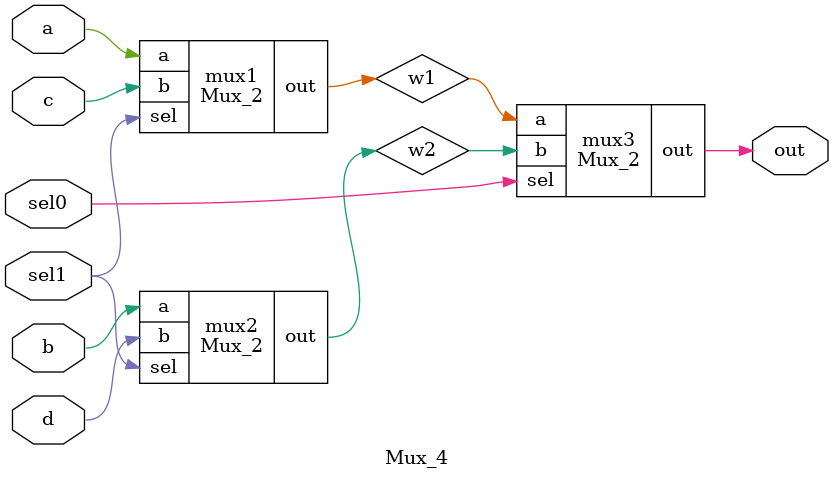
<source format=v>
module Mux_2 (
	input a,
	input b,
	input sel,
	output out
);

	assign out = (sel & b) | (~sel & a);
	
endmodule

module Mux_4( 
    input a, b, c, d,
    input sel0, sel1,
    output out );
    
	wire w1,w2;
    Mux_2 mux1(.a(a),.b(c),.sel(sel1),.out(w1));
	Mux_2 mux2(.a(b),.b(d),.sel(sel1),.out(w2));
	Mux_2 mux3(.a(w1),.b(w2),.sel(sel0),.out(out));

endmodule
</source>
